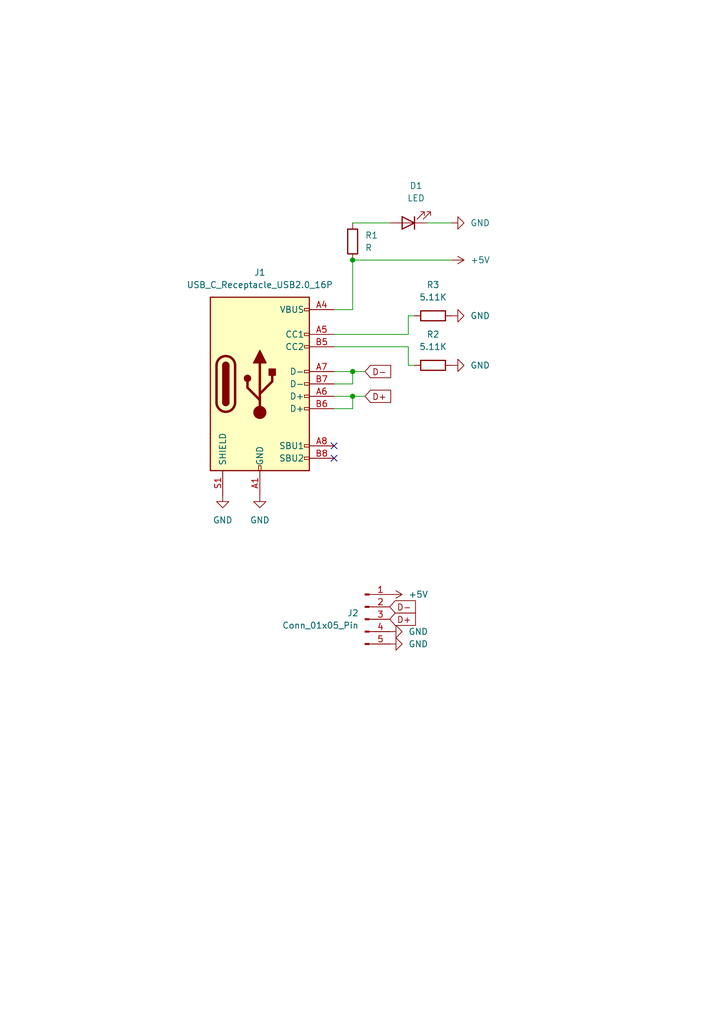
<source format=kicad_sch>
(kicad_sch (version 20250114) (generator "eeschema") (generator_version "9.0")
  (paper "A5" portrait)
  (title_block (title "RODE NT-USB-C"))
  (lib_symbols
    (symbol "Connector:Conn_01x05_Pin" (pin_names (offset 1.016) (hide yes))
      (property "Reference" "J" (at 0 7.62 0))
      (property "Value" "Conn_01x05_Pin" (at 0 -7.62 0))
      (symbol "Conn_01x05_Pin_1_1"
        (rectangle (start 0.8636 5.207) (end 0 4.953) (stroke (width 0.1524)) (fill (type outline)))
        (rectangle (start 0.8636 2.667) (end 0 2.413) (stroke (width 0.1524)) (fill (type outline)))
        (rectangle (start 0.8636 0.127) (end 0 -0.127) (stroke (width 0.1524)) (fill (type outline)))
        (rectangle (start 0.8636 -2.413) (end 0 -2.667) (stroke (width 0.1524)) (fill (type outline)))
        (rectangle (start 0.8636 -4.953) (end 0 -5.207) (stroke (width 0.1524)) (fill (type outline)))
        (polyline (pts (xy 1.27 5.08) (xy 0.8636 5.08)) (stroke (width 0.1524)))
        (polyline (pts (xy 1.27 2.54) (xy 0.8636 2.54)) (stroke (width 0.1524)))
        (polyline (pts (xy 1.27 0) (xy 0.8636 0)) (stroke (width 0.1524)))
        (polyline (pts (xy 1.27 -2.54) (xy 0.8636 -2.54)) (stroke (width 0.1524)))
        (polyline (pts (xy 1.27 -5.08) (xy 0.8636 -5.08)) (stroke (width 0.1524)))
        (pin passive line (at 5.08 5.08 180) (length 3.81) (name "Pin_1") (number "1"))
        (pin passive line (at 5.08 2.54 180) (length 3.81) (name "Pin_2") (number "2"))
        (pin passive line (at 5.08 0 180) (length 3.81) (name "Pin_3") (number "3"))
        (pin passive line (at 5.08 -2.54 180) (length 3.81) (name "Pin_4") (number "4"))
        (pin passive line (at 5.08 -5.08 180) (length 3.81) (name "Pin_5") (number "5"))
      )
    )
    (symbol "Connector:USB_C_Receptacle_USB2.0_16P" (pin_names (offset 1.016))
      (property "Reference" "J" (at 0 22.225 0))
      (property "Value" "USB_C_Receptacle_USB2.0_16P" (at 0 19.685 0))
      (symbol "USB_C_Receptacle_USB2.0_16P_0_0"
        (rectangle (start -0.254 -17.78) (end 0.254 -16.764))
        (rectangle (start 10.16 15.494) (end 9.144 14.986))
        (rectangle (start 10.16 10.414) (end 9.144 9.906))
        (rectangle (start 10.16 7.874) (end 9.144 7.366))
        (rectangle (start 10.16 2.794) (end 9.144 2.286))
        (rectangle (start 10.16 0.254) (end 9.144 -0.254))
        (rectangle (start 10.16 -2.286) (end 9.144 -2.794))
        (rectangle (start 10.16 -4.826) (end 9.144 -5.334))
        (rectangle (start 10.16 -12.446) (end 9.144 -12.954))
        (rectangle (start 10.16 -14.986) (end 9.144 -15.494))
      )
      (symbol "USB_C_Receptacle_USB2.0_16P_0_1"
        (rectangle (start -10.16 17.78) (end 10.16 -17.78) (stroke (width 0.254)) (fill (type background)))
        (polyline (pts (xy -8.89 -3.81) (xy -8.89 3.81)) (stroke (width 0.508)))
        (rectangle (start -7.62 -3.81) (end -6.35 3.81) (stroke (width 0.254)) (fill (type outline)))
        (arc (start -7.62 3.81) (mid -6.985 4.4423) (end -6.35 3.81) (stroke (width 0.254)))
        (arc (start -7.62 3.81) (mid -6.985 4.4423) (end -6.35 3.81) (stroke (width 0.254)) (fill (type outline)))
        (arc (start -8.89 3.81) (mid -6.985 5.7067) (end -5.08 3.81) (stroke (width 0.508)))
        (arc (start -5.08 -3.81) (mid -6.985 -5.7067) (end -8.89 -3.81) (stroke (width 0.508)))
        (arc (start -6.35 -3.81) (mid -6.985 -4.4423) (end -7.62 -3.81) (stroke (width 0.254)))
        (arc (start -6.35 -3.81) (mid -6.985 -4.4423) (end -7.62 -3.81) (stroke (width 0.254)) (fill (type outline)))
        (polyline (pts (xy -5.08 3.81) (xy -5.08 -3.81)) (stroke (width 0.508)))
        (circle (center -2.54 1.143) (radius 0.635) (stroke (width 0.254)) (fill (type outline)))
        (polyline (pts (xy -1.27 4.318) (xy 0 6.858) (xy 1.27 4.318) (xy -1.27 4.318)) (stroke (width 0.254)) (fill (type outline)))
        (polyline (pts (xy 0 -2.032) (xy 2.54 0.508) (xy 2.54 1.778)) (stroke (width 0.508)))
        (polyline (pts (xy 0 -3.302) (xy -2.54 -0.762) (xy -2.54 0.508)) (stroke (width 0.508)))
        (polyline (pts (xy 0 -5.842) (xy 0 4.318)) (stroke (width 0.508)))
        (circle (center 0 -5.842) (radius 1.27) (fill (type outline)))
        (rectangle (start 1.905 1.778) (end 3.175 3.048) (stroke (width 0.254)) (fill (type outline)))
      )
      (symbol "USB_C_Receptacle_USB2.0_16P_1_1"
        (pin passive line (at -7.62 -22.86 90) (length 5.08) (name "SHIELD") (number "S1"))
        (pin passive line (at 0 -22.86 90) (length 5.08) (name "GND") (number "A1"))
        (pin passive line (at 0 -22.86 90) (length 5.08) (hide yes) (name "GND") (number "A12"))
        (pin passive line (at 0 -22.86 90) (length 5.08) (hide yes) (name "GND") (number "B1"))
        (pin passive line (at 0 -22.86 90) (length 5.08) (hide yes) (name "GND") (number "B12"))
        (pin passive line (at 15.24 15.24 180) (length 5.08) (name "VBUS") (number "A4"))
        (pin passive line (at 15.24 15.24 180) (length 5.08) (hide yes) (name "VBUS") (number "A9"))
        (pin passive line (at 15.24 15.24 180) (length 5.08) (hide yes) (name "VBUS") (number "B4"))
        (pin passive line (at 15.24 15.24 180) (length 5.08) (hide yes) (name "VBUS") (number "B9"))
        (pin bidirectional line (at 15.24 10.16 180) (length 5.08) (name "CC1") (number "A5"))
        (pin bidirectional line (at 15.24 7.62 180) (length 5.08) (name "CC2") (number "B5"))
        (pin bidirectional line (at 15.24 2.54 180) (length 5.08) (name "D-") (number "A7"))
        (pin bidirectional line (at 15.24 0 180) (length 5.08) (name "D-") (number "B7"))
        (pin bidirectional line (at 15.24 -2.54 180) (length 5.08) (name "D+") (number "A6"))
        (pin bidirectional line (at 15.24 -5.08 180) (length 5.08) (name "D+") (number "B6"))
        (pin bidirectional line (at 15.24 -12.7 180) (length 5.08) (name "SBU1") (number "A8"))
        (pin bidirectional line (at 15.24 -15.24 180) (length 5.08) (name "SBU2") (number "B8"))
      )
    )
    (symbol "Device:LED" (pin_numbers (hide yes)) (pin_names (offset 1.016) (hide yes))
      (property "Reference" "D" (at 0 2.54 0))
      (property "Value" "LED" (at 0 -2.54 0))
      (symbol "LED_0_1"
        (polyline (pts (xy -3.048 -0.762) (xy -4.572 -2.286) (xy -3.81 -2.286) (xy -4.572 -2.286) (xy -4.572 -1.524)))
        (polyline (pts (xy -1.778 -0.762) (xy -3.302 -2.286) (xy -2.54 -2.286) (xy -3.302 -2.286) (xy -3.302 -1.524)))
        (polyline (pts (xy -1.27 0) (xy 1.27 0)))
        (polyline (pts (xy -1.27 -1.27) (xy -1.27 1.27)) (stroke (width 0.254)))
        (polyline (pts (xy 1.27 -1.27) (xy 1.27 1.27) (xy -1.27 0) (xy 1.27 -1.27)) (stroke (width 0.254)))
      )
      (symbol "LED_1_1"
        (pin passive line (at -3.81 0 0) (length 2.54) (name "K") (number "1"))
        (pin passive line (at 3.81 0 180) (length 2.54) (name "A") (number "2"))
      )
    )
    (symbol "Device:R" (pin_numbers (hide yes)) (pin_names (offset 0))
      (property "Reference" "R" (at 2.032 0 90))
      (property "Value" "R" (at 0 0 90))
      (symbol "R_0_1"
        (rectangle (start -1.016 -2.54) (end 1.016 2.54) (stroke (width 0.254)))
      )
      (symbol "R_1_1"
        (pin passive line (at 0 3.81 270) (length 1.27) (name "~") (number "1"))
        (pin passive line (at 0 -3.81 90) (length 1.27) (name "~") (number "2"))
      )
    )
    (symbol "power:+5V" (power) (pin_numbers (hide yes)) (pin_names (offset 0) (hide yes))
      (property "Value" "+5V" (at 0 3.556 0))
      (symbol "+5V_0_1"
        (polyline (pts (xy -0.762 1.27) (xy 0 2.54)))
        (polyline (pts (xy 0 2.54) (xy 0.762 1.27)))
        (polyline (pts (xy 0 0) (xy 0 2.54)))
      )
      (symbol "+5V_1_1"
        (pin power_in line (at 0 0 90) (length 0) (name "~") (number "1"))
      )
    )
    (symbol "power:GND" (power) (pin_numbers (hide yes)) (pin_names (offset 0) (hide yes))
      (property "Value" "GND" (at 0 -3.81 0))
      (symbol "GND_0_1"
        (polyline (pts (xy 0 0) (xy 0 -1.27) (xy 1.27 -1.27) (xy 0 -2.54) (xy -1.27 -1.27) (xy 0 -1.27)))
      )
      (symbol "GND_1_1"
        (pin power_in line (at 0 0 270) (length 0) (name "~") (number "1"))
      )
    )
  )
  (junction (at 72.39 81.28))
  (junction (at 72.39 53.34))
  (junction (at 72.39 76.2))
  (no_connect (at 68.58 91.44))
  (no_connect (at 68.58 93.98))
  (wire (pts (xy 83.82 71.12) (xy 68.58 71.12)))
  (wire (pts (xy 83.82 64.77) (xy 83.82 68.58)))
  (wire (pts (xy 68.58 83.82) (xy 72.39 83.82)))
  (wire (pts (xy 72.39 76.2) (xy 68.58 76.2)))
  (wire (pts (xy 74.93 76.2) (xy 72.39 76.2)))
  (wire (pts (xy 83.82 68.58) (xy 68.58 68.58)))
  (wire (pts (xy 74.93 81.28) (xy 72.39 81.28)))
  (wire (pts (xy 72.39 78.74) (xy 72.39 76.2)))
  (wire (pts (xy 72.39 53.34) (xy 92.71 53.34)))
  (wire (pts (xy 72.39 81.28) (xy 68.58 81.28)))
  (wire (pts (xy 80.01 45.72) (xy 72.39 45.72)))
  (wire (pts (xy 72.39 63.5) (xy 68.58 63.5)))
  (wire (pts (xy 68.58 78.74) (xy 72.39 78.74)))
  (wire (pts (xy 83.82 64.77) (xy 85.09 64.77)))
  (wire (pts (xy 83.82 74.93) (xy 83.82 71.12)))
  (wire (pts (xy 72.39 53.34) (xy 72.39 63.5)))
  (wire (pts (xy 92.71 45.72) (xy 87.63 45.72)))
  (wire (pts (xy 83.82 74.93) (xy 85.09 74.93)))
  (wire (pts (xy 72.39 83.82) (xy 72.39 81.28)))
  (global_label "D+" (shape input) (at 80.01 127 0) (property "Intersheetrefs" "${INTERSHEET_REFS}" (effects (hide yes))))
  (global_label "D+" (shape input) (at 74.93 81.28 0) (property "Intersheetrefs" "${INTERSHEET_REFS}" (effects (hide yes))))
  (global_label "D-" (shape input) (at 80.01 124.46 0) (property "Intersheetrefs" "${INTERSHEET_REFS}" (effects (hide yes))))
  (global_label "D-" (shape input) (at 74.93 76.2 0) (property "Intersheetrefs" "${INTERSHEET_REFS}" (effects (hide yes))))
  (symbol (lib_id "Connector:Conn_01x05_Pin") (at 74.93 127 0) (unit 1)
    (property "Reference" "J2" (at 73.66 125.7299 0) (effects (justify right)))
    (property "Value" "Conn_01x05_Pin" (at 73.66 128.2699 0) (effects (justify right)))
    (property "Footprint" "Connector_PinHeader_2.00mm:PinHeader_1x05_P2.00mm_Vertical" (effects (hide yes)))
    (property "Description" "Generic connector, single row, 01x05, script generated" (effects (hide yes)))
  )
  (symbol (lib_id "Device:R") (at 88.9 64.77 90) (unit 1)
    (property "Reference" "R3" (at 88.9 58.42 90))
    (property "Value" "5.11K" (at 88.9 60.96 90))
    (property "Footprint" "Resistor_SMD:R_1206_3216Metric_Pad1.30x1.75mm_HandSolder" (effects (hide yes)))
    (property "Description" "Resistor" (effects (hide yes)))
  )
  (symbol (lib_id "power:GND") (at 92.71 64.77 90) (unit 1)
    (property "Reference" "#PWR05" (effects (hide yes)))
    (property "Value" "GND" (at 96.52 64.7699 90) (effects (justify right)))
    (property "Description" "Power symbol creates a global label with name \"GND\" , ground" (effects (hide yes)))
  )
  (symbol (lib_id "Device:LED") (at 83.82 45.72 180) (unit 1)
    (property "Reference" "D1" (at 85.4075 38.1 0))
    (property "Value" "LED" (at 85.4075 40.64 0))
    (property "Footprint" "LED_SMD:LED_1206_3216Metric_Pad1.42x1.75mm_HandSolder" (effects (hide yes)))
    (property "Description" "Light emitting diode" (effects (hide yes)))
  )
  (symbol (lib_id "power:GND") (at 45.72 101.6 0) (unit 1)
    (property "Reference" "#PWR03" (effects (hide yes)))
    (property "Value" "GND" (at 45.72 106.68 0))
    (property "Description" "Power symbol creates a global label with name \"GND\" , ground" (effects (hide yes)))
  )
  (symbol (lib_id "Device:R") (at 88.9 74.93 90) (unit 1)
    (property "Reference" "R2" (at 88.9 68.58 90))
    (property "Value" "5.11K" (at 88.9 71.12 90))
    (property "Footprint" "Resistor_SMD:R_1206_3216Metric_Pad1.30x1.75mm_HandSolder" (effects (hide yes)))
    (property "Description" "Resistor" (effects (hide yes)))
  )
  (symbol (lib_id "Connector:USB_C_Receptacle_USB2.0_16P") (at 53.34 78.74 0) (unit 1)
    (property "Reference" "J1" (at 53.34 55.88 0))
    (property "Value" "USB_C_Receptacle_USB2.0_16P" (at 53.34 58.42 0))
    (property "Footprint" "Connector_USB:USB_C_Receptacle_GCT_USB4105-xx-A_16P_TopMnt_Horizontal" (effects (hide yes)))
    (property "Datasheet" "https://www.usb.org/sites/default/files/documents/usb_type-c.zip" (effects (hide yes)))
    (property "Description" "USB 2.0-only 16P Type-C Receptacle connector" (effects (hide yes)))
  )
  (symbol (lib_id "power:GND") (at 92.71 45.72 90) (unit 1)
    (property "Reference" "#PWR09" (effects (hide yes)))
    (property "Value" "GND" (at 96.52 45.7199 90) (effects (justify right)))
    (property "Description" "Power symbol creates a global label with name \"GND\" , ground" (effects (hide yes)))
  )
  (symbol (lib_id "power:GND") (at 80.01 132.08 90) (unit 1)
    (property "Reference" "#PWR08" (effects (hide yes)))
    (property "Value" "GND" (at 83.82 132.0799 90) (effects (justify right)))
    (property "Description" "Power symbol creates a global label with name \"GND\" , ground" (effects (hide yes)))
  )
  (symbol (lib_id "power:GND") (at 80.01 129.54 90) (unit 1)
    (property "Reference" "#PWR07" (effects (hide yes)))
    (property "Value" "GND" (at 83.82 129.5399 90) (effects (justify right)))
    (property "Description" "Power symbol creates a global label with name \"GND\" , ground" (effects (hide yes)))
  )
  (symbol (lib_id "power:+5V") (at 92.71 53.34 270) (unit 1)
    (property "Reference" "#PWR02" (effects (hide yes)))
    (property "Value" "+5V" (at 96.52 53.3399 90) (effects (justify left)))
    (property "Description" "Power symbol creates a global label with name \"+5V\"" (effects (hide yes)))
  )
  (symbol (lib_id "power:GND") (at 53.34 101.6 0) (unit 1)
    (property "Reference" "#PWR01" (effects (hide yes)))
    (property "Value" "GND" (at 53.34 106.68 0))
    (property "Description" "Power symbol creates a global label with name \"GND\" , ground" (effects (hide yes)))
  )
  (symbol (lib_id "power:+5V") (at 80.01 121.92 270) (unit 1)
    (property "Reference" "#PWR06" (effects (hide yes)))
    (property "Value" "+5V" (at 83.82 121.9199 90) (effects (justify left)))
    (property "Description" "Power symbol creates a global label with name \"+5V\"" (effects (hide yes)))
  )
  (symbol (lib_id "power:GND") (at 92.71 74.93 90) (unit 1)
    (property "Reference" "#PWR04" (effects (hide yes)))
    (property "Value" "GND" (at 96.52 74.9299 90) (effects (justify right)))
    (property "Description" "Power symbol creates a global label with name \"GND\" , ground" (effects (hide yes)))
  )
  (symbol (lib_id "Device:R") (at 72.39 49.53 0) (unit 1)
    (property "Reference" "R1" (at 74.93 48.2599 0) (effects (justify left)))
    (property "Value" "R" (at 74.93 50.7999 0) (effects (justify left)))
    (property "Footprint" "Resistor_SMD:R_1206_3216Metric_Pad1.30x1.75mm_HandSolder" (effects (hide yes)))
    (property "Description" "Resistor" (effects (hide yes)))
  )
)
</source>
